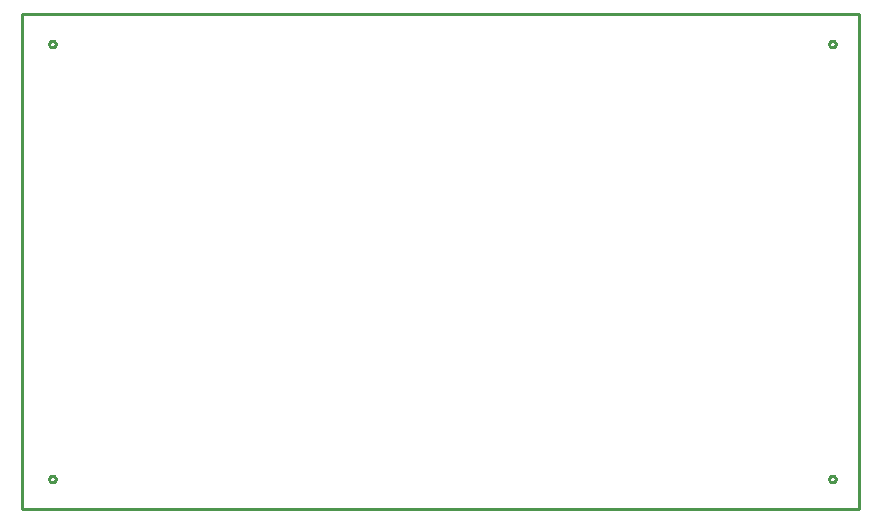
<source format=gbr>
G04 EAGLE Gerber RS-274X export*
G75*
%MOMM*%
%FSLAX34Y34*%
%LPD*%
%IN*%
%IPPOS*%
%AMOC8*
5,1,8,0,0,1.08239X$1,22.5*%
G01*
%ADD10C,0.254000*%


D10*
X0Y0D02*
X707900Y0D01*
X707900Y419000D01*
X0Y419000D01*
X0Y0D01*
X688550Y25184D02*
X688482Y24756D01*
X688349Y24344D01*
X688152Y23959D01*
X687898Y23609D01*
X687592Y23302D01*
X687241Y23048D01*
X686856Y22851D01*
X686444Y22718D01*
X686016Y22650D01*
X685584Y22650D01*
X685156Y22718D01*
X684744Y22851D01*
X684359Y23048D01*
X684009Y23302D01*
X683702Y23609D01*
X683448Y23959D01*
X683251Y24344D01*
X683118Y24756D01*
X683050Y25184D01*
X683050Y25616D01*
X683118Y26044D01*
X683251Y26456D01*
X683448Y26841D01*
X683702Y27192D01*
X684009Y27498D01*
X684359Y27752D01*
X684744Y27949D01*
X685156Y28082D01*
X685584Y28150D01*
X686016Y28150D01*
X686444Y28082D01*
X686856Y27949D01*
X687241Y27752D01*
X687592Y27498D01*
X687898Y27192D01*
X688152Y26841D01*
X688349Y26456D01*
X688482Y26044D01*
X688550Y25616D01*
X688550Y25184D01*
X28150Y25184D02*
X28082Y24756D01*
X27949Y24344D01*
X27752Y23959D01*
X27498Y23609D01*
X27192Y23302D01*
X26841Y23048D01*
X26456Y22851D01*
X26044Y22718D01*
X25616Y22650D01*
X25184Y22650D01*
X24756Y22718D01*
X24344Y22851D01*
X23959Y23048D01*
X23609Y23302D01*
X23302Y23609D01*
X23048Y23959D01*
X22851Y24344D01*
X22718Y24756D01*
X22650Y25184D01*
X22650Y25616D01*
X22718Y26044D01*
X22851Y26456D01*
X23048Y26841D01*
X23302Y27192D01*
X23609Y27498D01*
X23959Y27752D01*
X24344Y27949D01*
X24756Y28082D01*
X25184Y28150D01*
X25616Y28150D01*
X26044Y28082D01*
X26456Y27949D01*
X26841Y27752D01*
X27192Y27498D01*
X27498Y27192D01*
X27752Y26841D01*
X27949Y26456D01*
X28082Y26044D01*
X28150Y25616D01*
X28150Y25184D01*
X688550Y393484D02*
X688482Y393056D01*
X688349Y392644D01*
X688152Y392259D01*
X687898Y391909D01*
X687592Y391602D01*
X687241Y391348D01*
X686856Y391151D01*
X686444Y391018D01*
X686016Y390950D01*
X685584Y390950D01*
X685156Y391018D01*
X684744Y391151D01*
X684359Y391348D01*
X684009Y391602D01*
X683702Y391909D01*
X683448Y392259D01*
X683251Y392644D01*
X683118Y393056D01*
X683050Y393484D01*
X683050Y393916D01*
X683118Y394344D01*
X683251Y394756D01*
X683448Y395141D01*
X683702Y395492D01*
X684009Y395798D01*
X684359Y396052D01*
X684744Y396249D01*
X685156Y396382D01*
X685584Y396450D01*
X686016Y396450D01*
X686444Y396382D01*
X686856Y396249D01*
X687241Y396052D01*
X687592Y395798D01*
X687898Y395492D01*
X688152Y395141D01*
X688349Y394756D01*
X688482Y394344D01*
X688550Y393916D01*
X688550Y393484D01*
X28150Y393484D02*
X28082Y393056D01*
X27949Y392644D01*
X27752Y392259D01*
X27498Y391909D01*
X27192Y391602D01*
X26841Y391348D01*
X26456Y391151D01*
X26044Y391018D01*
X25616Y390950D01*
X25184Y390950D01*
X24756Y391018D01*
X24344Y391151D01*
X23959Y391348D01*
X23609Y391602D01*
X23302Y391909D01*
X23048Y392259D01*
X22851Y392644D01*
X22718Y393056D01*
X22650Y393484D01*
X22650Y393916D01*
X22718Y394344D01*
X22851Y394756D01*
X23048Y395141D01*
X23302Y395492D01*
X23609Y395798D01*
X23959Y396052D01*
X24344Y396249D01*
X24756Y396382D01*
X25184Y396450D01*
X25616Y396450D01*
X26044Y396382D01*
X26456Y396249D01*
X26841Y396052D01*
X27192Y395798D01*
X27498Y395492D01*
X27752Y395141D01*
X27949Y394756D01*
X28082Y394344D01*
X28150Y393916D01*
X28150Y393484D01*
M02*

</source>
